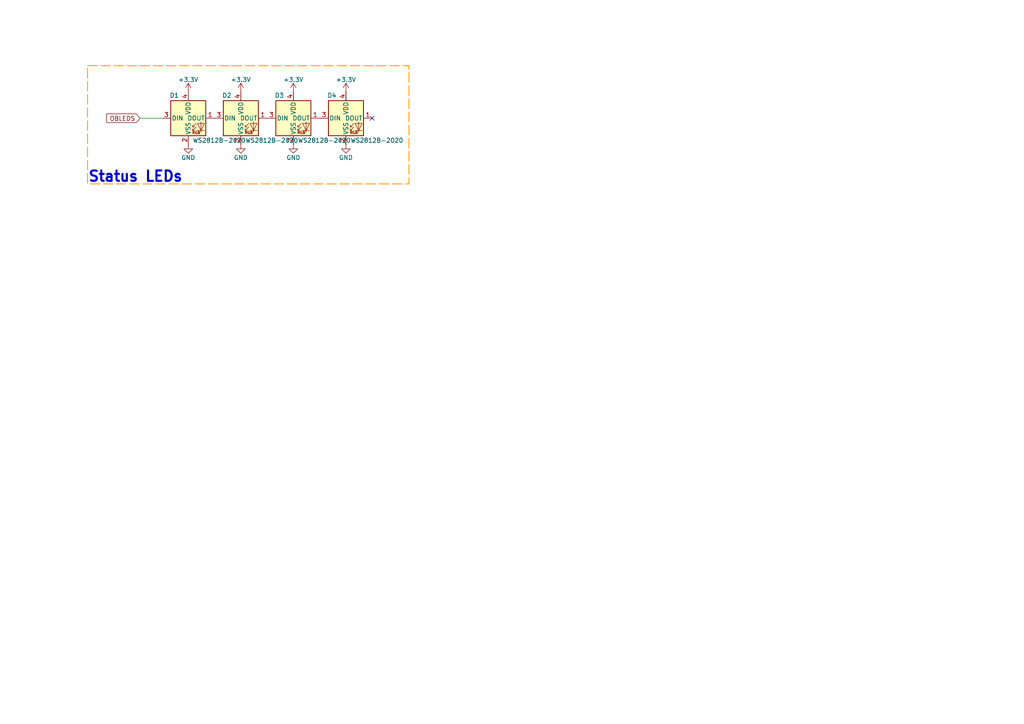
<source format=kicad_sch>
(kicad_sch (version 20250114) (generator "eeschema") (generator_version "9.0")
  (paper "A4")
  (title_block (title "Environment Module") (date "<<release-date>>") (rev "<<tag>>") (comment 1 "<<hash>>"))
  (lib_symbols
    (symbol "LED:WS2812B-2020" (pin_names (offset 0.254))
      (property "Reference" "D" (at 5.08 5.715 0))
      (property "Value" "WS2812B-2020" (at 1.27 -5.715 0))
      (symbol "WS2812B-2020_0_0"
        (text "RGB" (at 2.286 -4.191 0) (effects (font (size 0.762 0.762))))
      )
      (symbol "WS2812B-2020_0_1"
        (polyline (pts (xy 1.27 -2.54) (xy 1.778 -2.54)))
        (polyline (pts (xy 1.27 -3.556) (xy 1.778 -3.556)))
        (polyline (pts (xy 2.286 -1.524) (xy 1.27 -2.54) (xy 1.27 -2.032)))
        (polyline (pts (xy 2.286 -2.54) (xy 1.27 -3.556) (xy 1.27 -3.048)))
        (polyline (pts (xy 3.683 -1.016) (xy 3.683 -3.556) (xy 3.683 -4.064)))
        (polyline (pts (xy 4.699 -1.524) (xy 2.667 -1.524) (xy 3.683 -3.556) (xy 4.699 -1.524)))
        (polyline (pts (xy 4.699 -3.556) (xy 2.667 -3.556)))
        (rectangle (start 5.08 5.08) (end -5.08 -5.08) (stroke (width 0.254)) (fill (type background)))
      )
      (symbol "WS2812B-2020_1_1"
        (pin input line (at -7.62 0 0) (length 2.54) (name "DIN") (number "3"))
        (pin power_in line (at 0 7.62 270) (length 2.54) (name "VDD") (number "4"))
        (pin power_in line (at 0 -7.62 90) (length 2.54) (name "VSS") (number "2"))
        (pin output line (at 7.62 0 180) (length 2.54) (name "DOUT") (number "1"))
      )
    )
    (symbol "power:+3.3V" (power) (pin_numbers (hide yes)) (pin_names (offset 0) (hide yes))
      (property "Value" "+3.3V" (at 0 3.556 0))
      (symbol "+3.3V_0_1"
        (polyline (pts (xy -0.762 1.27) (xy 0 2.54)))
        (polyline (pts (xy 0 2.54) (xy 0.762 1.27)))
        (polyline (pts (xy 0 0) (xy 0 2.54)))
      )
      (symbol "+3.3V_1_1"
        (pin power_in line (at 0 0 90) (length 0) (name "~") (number "1"))
      )
    )
    (symbol "power:GND" (power) (pin_numbers (hide yes)) (pin_names (offset 0) (hide yes))
      (property "Value" "GND" (at 0 -3.81 0))
      (symbol "GND_0_1"
        (polyline (pts (xy 0 0) (xy 0 -1.27) (xy 1.27 -1.27) (xy 0 -2.54) (xy -1.27 -1.27) (xy 0 -1.27)))
      )
      (symbol "GND_1_1"
        (pin power_in line (at 0 0 270) (length 0) (name "~") (number "1"))
      )
    )
  )
  (rectangle (start 25.4 19.05) (end 118.618 53.34) (stroke (width 0.254) (type dash) (color 255 153 0 1)))
  (text "Status LEDs" (at 25.4 53.086 0) (effects (font (size 3 3) (thickness 0.6) (bold yes)) (justify left bottom)))
  (no_connect (at 107.95 34.29))
  (wire (pts (xy 40.64 34.29) (xy 46.99 34.29)))
  (global_label "OBLEDS" (shape input) (at 40.64 34.29 180) (property "Intersheetrefs" "${INTERSHEET_REFS}" (at 30.3977 34.29 0) (effects (justify right))))
  (symbol (lib_id "LED:WS2812B-2020") (at 85.09 34.29 0) (unit 1)
    (property "Reference" "D3" (at 81.026 27.686 0))
    (property "Value" "WS2812B-2020" (at 86.36 40.005 0) (effects (justify left top)))
    (property "Footprint" "LED_SMD:LED_WS2812B-2020_PLCC4_2.0x2.0mm" (effects (hide yes)))
    (property "Datasheet" "https://cdn-shop.adafruit.com/product-files/4684/4684_WS2812B-2020_V1.3_EN.pdf" (effects (hide yes)))
    (property "Description" "RGB LED with integrated controller, 2.0 x 2.0 mm, 12 mA" (effects (hide yes)))
  )
  (symbol (lib_id "power:+3.3V") (at 54.61 26.67 0) (unit 1)
    (property "Reference" "#PWR018" (effects (hide yes)))
    (property "Value" "+3.3V" (at 54.61 23.114 0))
    (property "Description" "Power symbol creates a global label with name \"+3.3V\"" (effects (hide yes)))
  )
  (symbol (lib_id "LED:WS2812B-2020") (at 69.85 34.29 0) (unit 1)
    (property "Reference" "D2" (at 65.786 27.686 0))
    (property "Value" "WS2812B-2020" (at 71.12 40.005 0) (effects (justify left top)))
    (property "Footprint" "LED_SMD:LED_WS2812B-2020_PLCC4_2.0x2.0mm" (effects (hide yes)))
    (property "Datasheet" "https://cdn-shop.adafruit.com/product-files/4684/4684_WS2812B-2020_V1.3_EN.pdf" (effects (hide yes)))
    (property "Description" "RGB LED with integrated controller, 2.0 x 2.0 mm, 12 mA" (effects (hide yes)))
  )
  (symbol (lib_id "power:GND") (at 54.61 41.91 0) (unit 1)
    (property "Reference" "#PWR022" (effects (hide yes)))
    (property "Value" "GND" (at 54.61 45.72 0))
    (property "Description" "Power symbol creates a global label with name \"GND\" , ground" (effects (hide yes)))
  )
  (symbol (lib_id "power:GND") (at 69.85 41.91 0) (unit 1)
    (property "Reference" "#PWR023" (effects (hide yes)))
    (property "Value" "GND" (at 69.85 45.72 0))
    (property "Description" "Power symbol creates a global label with name \"GND\" , ground" (effects (hide yes)))
  )
  (symbol (lib_id "power:+3.3V") (at 85.09 26.67 0) (unit 1)
    (property "Reference" "#PWR020" (effects (hide yes)))
    (property "Value" "+3.3V" (at 85.09 23.114 0))
    (property "Description" "Power symbol creates a global label with name \"+3.3V\"" (effects (hide yes)))
  )
  (symbol (lib_id "LED:WS2812B-2020") (at 54.61 34.29 0) (unit 1)
    (property "Reference" "D1" (at 50.546 27.686 0))
    (property "Value" "WS2812B-2020" (at 55.88 40.005 0) (effects (justify left top)))
    (property "Footprint" "LED_SMD:LED_WS2812B-2020_PLCC4_2.0x2.0mm" (effects (hide yes)))
    (property "Datasheet" "https://cdn-shop.adafruit.com/product-files/4684/4684_WS2812B-2020_V1.3_EN.pdf" (effects (hide yes)))
    (property "Description" "RGB LED with integrated controller, 2.0 x 2.0 mm, 12 mA" (effects (hide yes)))
  )
  (symbol (lib_id "LED:WS2812B-2020") (at 100.33 34.29 0) (unit 1)
    (property "Reference" "D4" (at 96.266 27.686 0))
    (property "Value" "WS2812B-2020" (at 101.6 40.005 0) (effects (justify left top)))
    (property "Footprint" "LED_SMD:LED_WS2812B-2020_PLCC4_2.0x2.0mm" (effects (hide yes)))
    (property "Datasheet" "https://cdn-shop.adafruit.com/product-files/4684/4684_WS2812B-2020_V1.3_EN.pdf" (effects (hide yes)))
    (property "Description" "RGB LED with integrated controller, 2.0 x 2.0 mm, 12 mA" (effects (hide yes)))
  )
  (symbol (lib_id "power:GND") (at 85.09 41.91 0) (unit 1)
    (property "Reference" "#PWR024" (effects (hide yes)))
    (property "Value" "GND" (at 85.09 45.72 0))
    (property "Description" "Power symbol creates a global label with name \"GND\" , ground" (effects (hide yes)))
  )
  (symbol (lib_id "power:GND") (at 100.33 41.91 0) (unit 1)
    (property "Reference" "#PWR025" (effects (hide yes)))
    (property "Value" "GND" (at 100.33 45.72 0))
    (property "Description" "Power symbol creates a global label with name \"GND\" , ground" (effects (hide yes)))
  )
  (symbol (lib_id "power:+3.3V") (at 69.85 26.67 0) (unit 1)
    (property "Reference" "#PWR019" (effects (hide yes)))
    (property "Value" "+3.3V" (at 69.85 23.114 0))
    (property "Description" "Power symbol creates a global label with name \"+3.3V\"" (effects (hide yes)))
  )
  (symbol (lib_id "power:+3.3V") (at 100.33 26.67 0) (unit 1)
    (property "Reference" "#PWR021" (effects (hide yes)))
    (property "Value" "+3.3V" (at 100.33 23.114 0))
    (property "Description" "Power symbol creates a global label with name \"+3.3V\"" (effects (hide yes)))
  )
)
</source>
